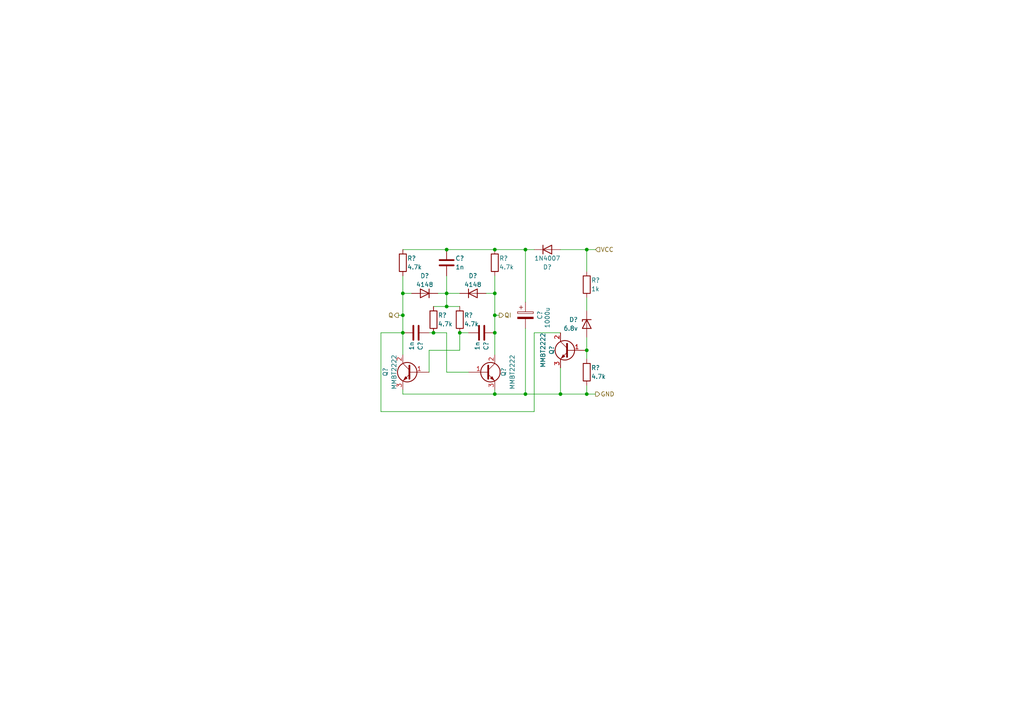
<source format=kicad_sch>
(kicad_sch (version 20211123) (generator eeschema)
  (paper "A4")
  (lib_symbols
    (symbol "Device:C" (pin_numbers hide) (pin_names (offset 0.254))
      (property "Reference" "C" (at 0.635 2.54 0))
      (property "Value" "C" (at 0.635 -2.54 0))
      (symbol "C_0_1"
        (polyline (pts (xy -2.032 -0.762) (xy 2.032 -0.762)) (stroke (width 0.508)))
        (polyline (pts (xy -2.032 0.762) (xy 2.032 0.762)) (stroke (width 0.508)))
      )
      (symbol "C_1_1"
        (pin passive line (at 0 3.81 270) (length 2.794) (name "~") (number "1"))
        (pin passive line (at 0 -3.81 90) (length 2.794) (name "~") (number "2"))
      )
    )
    (symbol "Device:C_Polarized" (pin_numbers hide) (pin_names (offset 0.254))
      (property "Reference" "C" (at 0.635 2.54 0))
      (property "Value" "C_Polarized" (at 0.635 -2.54 0))
      (symbol "C_Polarized_0_1"
        (rectangle (start -2.286 0.508) (end 2.286 1.016))
        (polyline (pts (xy -1.778 2.286) (xy -0.762 2.286)))
        (polyline (pts (xy -1.27 2.794) (xy -1.27 1.778)))
        (rectangle (start 2.286 -0.508) (end -2.286 -1.016) (fill (type outline)))
      )
      (symbol "C_Polarized_1_1"
        (pin passive line (at 0 3.81 270) (length 2.794) (name "~") (number "1"))
        (pin passive line (at 0 -3.81 90) (length 2.794) (name "~") (number "2"))
      )
    )
    (symbol "Device:D" (pin_numbers hide) (pin_names (offset 1.016) hide)
      (property "Reference" "D" (at 0 2.54 0))
      (property "Value" "D" (at 0 -2.54 0))
      (symbol "D_0_1"
        (polyline (pts (xy -1.27 1.27) (xy -1.27 -1.27)) (stroke (width 0.254)))
        (polyline (pts (xy 1.27 0) (xy -1.27 0)))
        (polyline (pts (xy 1.27 1.27) (xy 1.27 -1.27) (xy -1.27 0) (xy 1.27 1.27)) (stroke (width 0.254)))
      )
      (symbol "D_1_1"
        (pin passive line (at -3.81 0 0) (length 2.54) (name "K") (number "1"))
        (pin passive line (at 3.81 0 180) (length 2.54) (name "A") (number "2"))
      )
    )
    (symbol "Device:D_Zener" (pin_numbers hide) (pin_names (offset 1.016) hide)
      (property "Reference" "D" (at 0 2.54 0))
      (property "Value" "D_Zener" (at 0 -2.54 0))
      (symbol "D_Zener_0_1"
        (polyline (pts (xy 1.27 0) (xy -1.27 0)))
        (polyline (pts (xy -1.27 -1.27) (xy -1.27 1.27) (xy -0.762 1.27)) (stroke (width 0.254)))
        (polyline (pts (xy 1.27 -1.27) (xy 1.27 1.27) (xy -1.27 0) (xy 1.27 -1.27)) (stroke (width 0.254)))
      )
      (symbol "D_Zener_1_1"
        (pin passive line (at -3.81 0 0) (length 2.54) (name "K") (number "1"))
        (pin passive line (at 3.81 0 180) (length 2.54) (name "A") (number "2"))
      )
    )
    (symbol "Device:Q_NPN_BCE" (pin_names (offset 0) hide)
      (property "Reference" "Q" (at 5.08 1.27 0))
      (property "Value" "Q_NPN_BCE" (at 5.08 -1.27 0))
      (symbol "Q_NPN_BCE_0_1"
        (polyline (pts (xy 0.635 0.635) (xy 2.54 2.54)))
        (polyline (pts (xy 0.635 -0.635) (xy 2.54 -2.54) (xy 2.54 -2.54)))
        (polyline (pts (xy 0.635 1.905) (xy 0.635 -1.905) (xy 0.635 -1.905)) (stroke (width 0.508)))
        (polyline (pts (xy 1.27 -1.778) (xy 1.778 -1.27) (xy 2.286 -2.286) (xy 1.27 -1.778) (xy 1.27 -1.778)) (fill (type outline)))
        (circle (center 1.27 0) (radius 2.8194) (stroke (width 0.254)))
      )
      (symbol "Q_NPN_BCE_1_1"
        (pin input line (at -5.08 0 0) (length 5.715) (name "B") (number "1"))
        (pin passive line (at 2.54 5.08 270) (length 2.54) (name "C") (number "2"))
        (pin passive line (at 2.54 -5.08 90) (length 2.54) (name "E") (number "3"))
      )
    )
    (symbol "Device:R" (pin_numbers hide) (pin_names (offset 0))
      (property "Reference" "R" (at 2.032 0 90))
      (property "Value" "R" (at 0 0 90))
      (symbol "R_0_1"
        (rectangle (start -1.016 -2.54) (end 1.016 2.54) (stroke (width 0.254)))
      )
      (symbol "R_1_1"
        (pin passive line (at 0 3.81 270) (length 1.27) (name "~") (number "1"))
        (pin passive line (at 0 -3.81 90) (length 1.27) (name "~") (number "2"))
      )
    )
  )
  (junction (at 129.54 72.39))
  (junction (at 129.54 88.9))
  (junction (at 143.51 96.52))
  (junction (at 125.73 96.52))
  (junction (at 116.84 91.44))
  (junction (at 129.54 85.09))
  (junction (at 162.56 114.3))
  (junction (at 143.51 85.09))
  (junction (at 143.51 72.39))
  (junction (at 143.51 114.3))
  (junction (at 170.18 101.6))
  (junction (at 116.84 85.09))
  (junction (at 143.51 91.44))
  (junction (at 116.84 96.52))
  (junction (at 170.18 114.3))
  (junction (at 152.4 72.39))
  (junction (at 152.4 114.3))
  (junction (at 133.35 96.52))
  (junction (at 170.18 72.39))
  (wire (pts (xy 116.84 72.39) (xy 129.54 72.39)))
  (wire (pts (xy 129.54 107.95) (xy 135.89 107.95)))
  (wire (pts (xy 124.46 96.52) (xy 125.73 96.52)))
  (wire (pts (xy 129.54 85.09) (xy 133.35 85.09)))
  (wire (pts (xy 129.54 88.9) (xy 133.35 88.9)))
  (wire (pts (xy 129.54 72.39) (xy 143.51 72.39)))
  (wire (pts (xy 133.35 101.6) (xy 124.46 101.6)))
  (wire (pts (xy 115.57 91.44) (xy 116.84 91.44)))
  (wire (pts (xy 170.18 78.74) (xy 170.18 72.39)))
  (wire (pts (xy 133.35 96.52) (xy 133.35 101.6)))
  (wire (pts (xy 124.46 101.6) (xy 124.46 107.95)))
  (wire (pts (xy 125.73 88.9) (xy 129.54 88.9)))
  (wire (pts (xy 116.84 80.01) (xy 116.84 85.09)))
  (wire (pts (xy 152.4 72.39) (xy 143.51 72.39)))
  (wire (pts (xy 110.49 96.52) (xy 116.84 96.52)))
  (wire (pts (xy 170.18 111.76) (xy 170.18 114.3)))
  (wire (pts (xy 170.18 114.3) (xy 172.72 114.3)))
  (wire (pts (xy 116.84 91.44) (xy 116.84 96.52)))
  (wire (pts (xy 154.94 96.52) (xy 154.94 119.38)))
  (wire (pts (xy 170.18 101.6) (xy 170.18 104.14)))
  (wire (pts (xy 129.54 80.01) (xy 129.54 85.09)))
  (wire (pts (xy 143.51 85.09) (xy 140.97 85.09)))
  (wire (pts (xy 143.51 80.01) (xy 143.51 85.09)))
  (wire (pts (xy 143.51 91.44) (xy 144.78 91.44)))
  (wire (pts (xy 162.56 72.39) (xy 170.18 72.39)))
  (wire (pts (xy 152.4 87.63) (xy 152.4 72.39)))
  (wire (pts (xy 110.49 119.38) (xy 110.49 96.52)))
  (wire (pts (xy 116.84 85.09) (xy 116.84 91.44)))
  (wire (pts (xy 125.73 96.52) (xy 129.54 96.52)))
  (wire (pts (xy 152.4 114.3) (xy 162.56 114.3)))
  (wire (pts (xy 170.18 86.36) (xy 170.18 90.17)))
  (wire (pts (xy 143.51 91.44) (xy 143.51 96.52)))
  (wire (pts (xy 116.84 96.52) (xy 116.84 102.87)))
  (wire (pts (xy 162.56 96.52) (xy 154.94 96.52)))
  (wire (pts (xy 129.54 85.09) (xy 127 85.09)))
  (wire (pts (xy 143.51 85.09) (xy 143.51 91.44)))
  (wire (pts (xy 116.84 85.09) (xy 119.38 85.09)))
  (wire (pts (xy 143.51 114.3) (xy 143.51 113.03)))
  (wire (pts (xy 152.4 95.25) (xy 152.4 114.3)))
  (wire (pts (xy 170.18 97.79) (xy 170.18 101.6)))
  (wire (pts (xy 143.51 114.3) (xy 152.4 114.3)))
  (wire (pts (xy 116.84 114.3) (xy 116.84 113.03)))
  (wire (pts (xy 129.54 88.9) (xy 129.54 85.09)))
  (wire (pts (xy 162.56 106.68) (xy 162.56 114.3)))
  (wire (pts (xy 116.84 114.3) (xy 143.51 114.3)))
  (wire (pts (xy 143.51 96.52) (xy 143.51 102.87)))
  (wire (pts (xy 129.54 96.52) (xy 129.54 107.95)))
  (wire (pts (xy 162.56 114.3) (xy 170.18 114.3)))
  (wire (pts (xy 170.18 72.39) (xy 172.72 72.39)))
  (wire (pts (xy 152.4 72.39) (xy 154.94 72.39)))
  (wire (pts (xy 133.35 96.52) (xy 135.89 96.52)))
  (wire (pts (xy 154.94 119.38) (xy 110.49 119.38)))
  (hierarchical_label "Q" (shape output) (at 115.57 91.44 180))
  (hierarchical_label "VCC" (shape input) (at 172.72 72.39 0))
  (hierarchical_label "QI" (shape output) (at 144.78 91.44 0))
  (hierarchical_label "GND" (shape output) (at 172.72 114.3 0))
  (symbol (lib_id "Device:Q_NPN_BCE") (at 119.38 107.95 0) (mirror y) (unit 1)
    (property "Reference" "Q?" (at 111.76 109.22 90) (effects (justify left)))
    (property "Value" "MMBT2222" (at 114.3 113.03 90) (effects (justify left)))
  )
  (symbol (lib_id "Device:D") (at 158.75 72.39 0) (mirror x) (unit 1)
    (property "Reference" "D?" (at 158.75 77.47 0))
    (property "Value" "1N4007" (at 158.75 74.93 0))
  )
  (symbol (lib_id "Device:R") (at 116.84 76.2 0) (unit 1)
    (property "Reference" "R?" (at 118.11 74.93 0) (effects (justify left)))
    (property "Value" "4.7k" (at 118.11 77.47 0) (effects (justify left)))
  )
  (symbol (lib_id "Device:C_Polarized") (at 152.4 91.44 0) (unit 1)
    (property "Reference" "C?" (at 156.5909 92.71 90) (effects (justify left)))
    (property "Value" "1000u" (at 158.75 95.25 90) (effects (justify left)))
  )
  (symbol (lib_id "Device:D") (at 123.19 85.09 0) (mirror y) (unit 1)
    (property "Reference" "D?" (at 123.19 80.01 0))
    (property "Value" "4148" (at 123.19 82.55 0))
  )
  (symbol (lib_id "Device:C") (at 129.54 76.2 0) (unit 1)
    (property "Reference" "C?" (at 132.08 74.93 0) (effects (justify left)))
    (property "Value" "1n" (at 132.08 77.47 0) (effects (justify left)))
  )
  (symbol (lib_id "Device:D") (at 137.16 85.09 0) (unit 1)
    (property "Reference" "D?" (at 137.16 80.01 0))
    (property "Value" "4148" (at 137.16 82.55 0))
  )
  (symbol (lib_id "Device:Q_NPN_BCE") (at 165.1 101.6 0) (mirror y) (unit 1)
    (property "Reference" "Q?" (at 160.02 102.87 90) (effects (justify left)))
    (property "Value" "MMBT2222" (at 157.48 106.68 90) (effects (justify left)))
  )
  (symbol (lib_id "Device:R") (at 125.73 92.71 0) (unit 1)
    (property "Reference" "R?" (at 127 91.44 0) (effects (justify left)))
    (property "Value" "4.7k" (at 127 93.98 0) (effects (justify left)))
  )
  (symbol (lib_id "Device:R") (at 133.35 92.71 0) (unit 1)
    (property "Reference" "R?" (at 134.62 91.44 0) (effects (justify left)))
    (property "Value" "4.7k" (at 134.62 93.98 0) (effects (justify left)))
  )
  (symbol (lib_id "Device:Q_NPN_BCE") (at 140.97 107.95 0) (unit 1)
    (property "Reference" "Q?" (at 146.05 109.22 90) (effects (justify left)))
    (property "Value" "MMBT2222" (at 148.59 113.03 90) (effects (justify left)))
  )
  (symbol (lib_id "Device:R") (at 143.51 76.2 0) (unit 1)
    (property "Reference" "R?" (at 144.78 74.93 0) (effects (justify left)))
    (property "Value" "4.7k" (at 144.78 77.47 0) (effects (justify left)))
  )
  (symbol (lib_id "Device:D_Zener") (at 170.18 93.98 90) (mirror x) (unit 1)
    (property "Reference" "D?" (at 167.64 92.7099 90) (effects (justify left)))
    (property "Value" "6.8v" (at 167.64 95.25 90) (effects (justify left)))
  )
  (symbol (lib_id "Device:R") (at 170.18 107.95 0) (unit 1)
    (property "Reference" "R?" (at 171.45 106.68 0) (effects (justify left)))
    (property "Value" "4.7k" (at 171.45 109.22 0) (effects (justify left)))
  )
  (symbol (lib_id "Device:R") (at 170.18 82.55 0) (unit 1)
    (property "Reference" "R?" (at 171.45 81.28 0) (effects (justify left)))
    (property "Value" "1k" (at 171.45 83.82 0) (effects (justify left)))
  )
  (symbol (lib_id "Device:C") (at 139.7 96.52 270) (unit 1)
    (property "Reference" "C?" (at 140.97 99.06 0) (effects (justify left)))
    (property "Value" "1n" (at 138.43 99.06 0) (effects (justify left)))
  )
  (symbol (lib_id "Device:C") (at 120.65 96.52 270) (unit 1)
    (property "Reference" "C?" (at 121.92 99.06 0) (effects (justify left)))
    (property "Value" "1n" (at 119.38 99.06 0) (effects (justify left)))
  )
)
</source>
